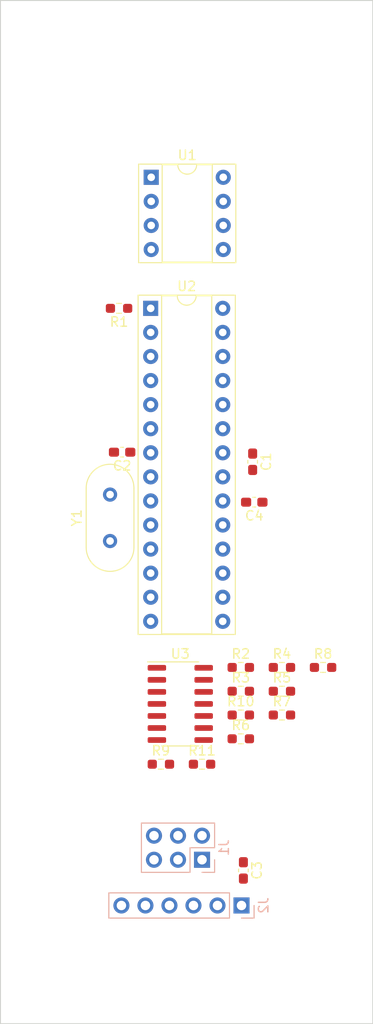
<source format=kicad_pcb>
(kicad_pcb (version 20211014) (generator pcbnew)
  (layers (0 "F.Cu" signal) (31 "B.Cu" signal) (34 "B.Paste" user) (35 "F.Paste" user) (36 "B.SilkS" user "B.Silkscreen") (37 "F.SilkS" user "F.Silkscreen") (38 "B.Mask" user) (39 "F.Mask" user) (44 "Edge.Cuts" user))
  (net 0 "")
  (net 1 "+5V")
  (net 2 "GND")
  (net 3 "Net-(C1-Pad2)")
  (net 4 "/RESET")
  (net 5 "Net-(C3-Pad2)")
  (net 6 "/TX")
  (net 7 "/RX")
  (net 12 "Net-(U2-Pad9)")
  (net 13 "Net-(U2-Pad10)")
  (net 23 "/SDA")
  (net 24 "/SCL")
  (net 25 "/CS")
  (net 26 "/SCK")
  (net 27 "/MOSI")
  (net 28 "/MISO")
  (net 29 "Net-(R2-Pad2)")
  (net 30 "Net-(R4-Pad2)")
  (net 31 "Net-(R6-Pad2)")
  (net 32 "Net-(R7-Pad2)")
  (net 33 "Net-(R10-Pad1)")
  (net 34 "Net-(R11-Pad1)")
  (net 35 "/OUTA")
  (net 36 "/OUTB")
  (net 37 "Net-(U1-Pad6)")
  (net 38 "Net-(U1-Pad8)")
  (footprint "Resistor_SMD:R_0603_1608Metric_Pad0.98x0.95mm_HandSolder" (layer "F.Cu") (at 122.475 108.405)
    (fp_text reference "R7" (at 0 -1.43) (layer "F.SilkS"))
    (fp_text value "47k")
    (fp_line (start -0.254724 0.5225) (end 0.254724 0.5225) (layer "F.SilkS") (width 0.12))
    (fp_line (start -0.254724 -0.5225) (end 0.254724 -0.5225) (layer "F.SilkS") (width 0.12))
    (pad "1" smd roundrect (at -0.9125 0) (size 0.975 0.95) (layers "F.Cu" "F.Paste" "F.Mask") (net 30 "Net-(R4-Pad2)"))
    (pad "2" smd roundrect (at 0.9125 0) (size 0.975 0.95) (layers "F.Cu" "F.Paste" "F.Mask") (net 32 "Net-(R7-Pad2)"))
  )
  (footprint "Capacitor_SMD:C_0603_1608Metric_Pad1.08x0.95mm_HandSolder" (layer "F.Cu") (at 105.575 80.675 180)
    (fp_text reference "C2" (at 0 -1.43) (layer "F.SilkS"))
    (fp_text value "C")
    (fp_line (start -0.146267 0.51) (end 0.146267 0.51) (layer "F.SilkS") (width 0.12))
    (fp_line (start -0.146267 -0.51) (end 0.146267 -0.51) (layer "F.SilkS") (width 0.12))
    (pad "1" smd roundrect (at -0.8625 0 180) (size 1.075 0.95) (layers "F.Cu" "F.Paste" "F.Mask") (net 1 "+5V"))
    (pad "2" smd roundrect (at 0.8625 0 180) (size 1.075 0.95) (layers "F.Cu" "F.Paste" "F.Mask") (net 2 "GND"))
  )
  (footprint "Capacitor_SMD:C_0603_1608Metric_Pad1.08x0.95mm_HandSolder" (layer "F.Cu") (at 118.4 124.8 -90)
    (fp_text reference "C3" (at 0 -1.43 90) (layer "F.SilkS"))
    (fp_text value "100n")
    (fp_line (start -0.146267 0.51) (end 0.146267 0.51) (layer "F.SilkS") (width 0.12))
    (fp_line (start -0.146267 -0.51) (end 0.146267 -0.51) (layer "F.SilkS") (width 0.12))
    (pad "1" smd roundrect (at -0.8625 0 270) (size 1.075 0.95) (layers "F.Cu" "F.Paste" "F.Mask") (net 4 "/RESET"))
    (pad "2" smd roundrect (at 0.8625 0 270) (size 1.075 0.95) (layers "F.Cu" "F.Paste" "F.Mask") (net 5 "Net-(C3-Pad2)"))
  )
  (footprint "Crystal:Crystal_HC18-U_Vertical" (layer "F.Cu") (at 104.3 90.05 90)
    (fp_text reference "Y1" (at 2.45 -3.525 90) (layer "F.SilkS"))
    (fp_text value "16MHz")
    (fp_line (start -0.675 2.525) (end 5.575 2.525) (layer "F.SilkS") (width 0.12))
    (fp_line (start -0.675 -2.525) (end 5.575 -2.525) (layer "F.SilkS") (width 0.12))
    (fp_arc (start -0.675 2.525) (mid -3.2 0) (end -0.675 -2.525) (layer "F.SilkS") (width 0.12))
    (fp_arc (start 5.575 -2.525) (mid 8.1 0) (end 5.575 2.525) (layer "F.SilkS") (width 0.12))
    (pad "1" thru_hole circle (at 0 0 90) (size 1.5 1.5) (drill 0.8) (layers *.Cu *.Mask) (net 13 "Net-(U2-Pad10)"))
    (pad "2" thru_hole circle (at 4.9 0 90) (size 1.5 1.5) (drill 0.8) (layers *.Cu *.Mask) (net 12 "Net-(U2-Pad9)"))
  )
  (footprint "Resistor_SMD:R_0603_1608Metric_Pad0.98x0.95mm_HandSolder" (layer "F.Cu") (at 114.025 113.595)
    (fp_text reference "R11" (at 0 -1.43) (layer "F.SilkS"))
    (fp_text value "1k")
    (fp_line (start -0.254724 0.5225) (end 0.254724 0.5225) (layer "F.SilkS") (width 0.12))
    (fp_line (start -0.254724 -0.5225) (end 0.254724 -0.5225) (layer "F.SilkS") (width 0.12))
    (pad "1" smd roundrect (at -0.9125 0) (size 0.975 0.95) (layers "F.Cu" "F.Paste" "F.Mask") (net 34 "Net-(R11-Pad1)"))
    (pad "2" smd roundrect (at 0.9125 0) (size 0.975 0.95) (layers "F.Cu" "F.Paste" "F.Mask") (net 36 "/OUTB"))
  )
  (footprint "Resistor_SMD:R_0603_1608Metric_Pad0.98x0.95mm_HandSolder" (layer "F.Cu") (at 122.475 105.895)
    (fp_text reference "R5" (at 0 -1.43) (layer "F.SilkS"))
    (fp_text value "20k")
    (fp_line (start -0.254724 -0.5225) (end 0.254724 -0.5225) (layer "F.SilkS") (width 0.12))
    (fp_line (start -0.254724 0.5225) (end 0.254724 0.5225) (layer "F.SilkS") (width 0.12))
    (pad "1" smd roundrect (at -0.9125 0) (size 0.975 0.95) (layers "F.Cu" "F.Paste" "F.Mask") (net 30 "Net-(R4-Pad2)"))
    (pad "2" smd roundrect (at 0.9125 0) (size 0.975 0.95) (layers "F.Cu" "F.Paste" "F.Mask") (net 2 "GND"))
  )
  (footprint "Resistor_SMD:R_0603_1608Metric_Pad0.98x0.95mm_HandSolder" (layer "F.Cu") (at 122.475 103.385)
    (fp_text reference "R4" (at 0 -1.43) (layer "F.SilkS"))
    (fp_text value "30k")
    (fp_line (start -0.254724 0.5225) (end 0.254724 0.5225) (layer "F.SilkS") (width 0.12))
    (fp_line (start -0.254724 -0.5225) (end 0.254724 -0.5225) (layer "F.SilkS") (width 0.12))
    (pad "1" smd roundrect (at -0.9125 0) (size 0.975 0.95) (layers "F.Cu" "F.Paste" "F.Mask") (net 1 "+5V"))
    (pad "2" smd roundrect (at 0.9125 0) (size 0.975 0.95) (layers "F.Cu" "F.Paste" "F.Mask") (net 30 "Net-(R4-Pad2)"))
  )
  (footprint "Resistor_SMD:R_0603_1608Metric_Pad0.98x0.95mm_HandSolder" (layer "F.Cu") (at 118.125 105.895)
    (fp_text reference "R3" (at 0 -1.43) (layer "F.SilkS"))
    (fp_text value "20k")
    (fp_line (start -0.254724 -0.5225) (end 0.254724 -0.5225) (layer "F.SilkS") (width 0.12))
    (fp_line (start -0.254724 0.5225) (end 0.254724 0.5225) (layer "F.SilkS") (width 0.12))
    (pad "1" smd roundrect (at -0.9125 0) (size 0.975 0.95) (layers "F.Cu" "F.Paste" "F.Mask") (net 29 "Net-(R2-Pad2)"))
    (pad "2" smd roundrect (at 0.9125 0) (size 0.975 0.95) (layers "F.Cu" "F.Paste" "F.Mask") (net 2 "GND"))
  )
  (footprint "Resistor_SMD:R_0603_1608Metric_Pad0.98x0.95mm_HandSolder" (layer "F.Cu") (at 118.125 103.385)
    (fp_text reference "R2" (at 0 -1.43) (layer "F.SilkS"))
    (fp_text value "30k")
    (fp_line (start -0.254724 0.5225) (end 0.254724 0.5225) (layer "F.SilkS") (width 0.12))
    (fp_line (start -0.254724 -0.5225) (end 0.254724 -0.5225) (layer "F.SilkS") (width 0.12))
    (pad "1" smd roundrect (at -0.9125 0) (size 0.975 0.95) (layers "F.Cu" "F.Paste" "F.Mask") (net 1 "+5V"))
    (pad "2" smd roundrect (at 0.9125 0) (size 0.975 0.95) (layers "F.Cu" "F.Paste" "F.Mask") (net 29 "Net-(R2-Pad2)"))
  )
  (footprint "Resistor_SMD:R_0603_1608Metric_Pad0.98x0.95mm_HandSolder" (layer "F.Cu") (at 118.125 108.405)
    (fp_text reference "R10" (at 0 -1.43) (layer "F.SilkS"))
    (fp_text value "1k")
    (fp_line (start -0.254724 0.5225) (end 0.254724 0.5225) (layer "F.SilkS") (width 0.12))
    (fp_line (start -0.254724 -0.5225) (end 0.254724 -0.5225) (layer "F.SilkS") (width 0.12))
    (pad "1" smd roundrect (at -0.9125 0) (size 0.975 0.95) (layers "F.Cu" "F.Paste" "F.Mask") (net 33 "Net-(R10-Pad1)"))
    (pad "2" smd roundrect (at 0.9125 0) (size 0.975 0.95) (layers "F.Cu" "F.Paste" "F.Mask") (net 35 "/OUTA"))
  )
  (footprint "Capacitor_SMD:C_0603_1608Metric_Pad1.08x0.95mm_HandSolder" (layer "F.Cu") (at 119.55 85.95 180)
    (fp_text reference "C4" (at 0 -1.43) (layer "F.SilkS"))
    (fp_text value "C")
    (fp_line (start -0.146267 0.51) (end 0.146267 0.51) (layer "F.SilkS") (width 0.12))
    (fp_line (start -0.146267 -0.51) (end 0.146267 -0.51) (layer "F.SilkS") (width 0.12))
    (pad "1" smd roundrect (at -0.8625 0 180) (size 1.075 0.95) (layers "F.Cu" "F.Paste" "F.Mask") (net 2 "GND"))
    (pad "2" smd roundrect (at 0.8625 0 180) (size 1.075 0.95) (layers "F.Cu" "F.Paste" "F.Mask") (net 1 "+5V"))
  )
  (footprint "Package_SO:SO-14_3.9x8.65mm_P1.27mm" (layer "F.Cu") (at 111.725 107.235)
    (fp_text reference "U3" (at 0 -5.28) (layer "F.SilkS"))
    (fp_text value "TL074")
    (fp_line (start 0 -4.435) (end 1.95 -4.435) (layer "F.SilkS") (width 0.12))
    (fp_line (start 0 -4.435) (end -3.45 -4.435) (layer "F.SilkS") (width 0.12))
    (fp_line (start 0 4.435) (end -1.95 4.435) (layer "F.SilkS") (width 0.12))
    (fp_line (start 0 4.435) (end 1.95 4.435) (layer "F.SilkS") (width 0.12))
    (pad "1" smd roundrect (at -2.475 -3.81) (size 1.95 0.6) (layers "F.Cu" "F.Paste" "F.Mask") (net 33 "Net-(R10-Pad1)"))
    (pad "2" smd roundrect (at -2.475 -2.54) (size 1.95 0.6) (layers "F.Cu" "F.Paste" "F.Mask") (net 31 "Net-(R6-Pad2)"))
    (pad "3" smd roundrect (at -2.475 -1.27) (size 1.95 0.6) (layers "F.Cu" "F.Paste" "F.Mask") (net 38 "Net-(U1-Pad8)"))
    (pad "4" smd roundrect (at -2.475 0) (size 1.95 0.6) (layers "F.Cu" "F.Paste" "F.Mask"))
    (pad "5" smd roundrect (at -2.475 1.27) (size 1.95 0.6) (layers "F.Cu" "F.Paste" "F.Mask") (net 37 "Net-(U1-Pad6)"))
    (pad "6" smd roundrect (at -2.475 2.54) (size 1.95 0.6) (layers "F.Cu" "F.Paste" "F.Mask") (net 32 "Net-(R7-Pad2)"))
    (pad "7" smd roundrect (at -2.475 3.81) (size 1.95 0.6) (layers "F.Cu" "F.Paste" "F.Mask") (net 34 "Net-(R11-Pad1)"))
    (pad "8" smd roundrect (at 2.475 3.81) (size 1.95 0.6) (layers "F.Cu" "F.Paste" "F.Mask"))
    (pad "9" smd roundrect (at 2.475 2.54) (size 1.95 0.6) (layers "F.Cu" "F.Paste" "F.Mask"))
    (pad "10" smd roundrect (at 2.475 1.27) (size 1.95 0.6) (layers "F.Cu" "F.Paste" "F.Mask"))
    (pad "11" smd roundrect (at 2.475 0) (size 1.95 0.6) (layers "F.Cu" "F.Paste" "F.Mask"))
    (pad "12" smd roundrect (at 2.475 -1.27) (size 1.95 0.6) (layers "F.Cu" "F.Paste" "F.Mask"))
    (pad "13" smd roundrect (at 2.475 -2.54) (size 1.95 0.6) (layers "F.Cu" "F.Paste" "F.Mask"))
    (pad "14" smd roundrect (at 2.475 -3.81) (size 1.95 0.6) (layers "F.Cu" "F.Paste" "F.Mask"))
  )
  (footprint "Resistor_SMD:R_0603_1608Metric_Pad0.98x0.95mm_HandSolder" (layer "F.Cu") (at 109.675 113.595)
    (fp_text reference "R9" (at 0 -1.43) (layer "F.SilkS"))
    (fp_text value "120k")
    (fp_line (start -0.254724 0.5225) (end 0.254724 0.5225) (layer "F.SilkS") (width 0.12))
    (fp_line (start -0.254724 -0.5225) (end 0.254724 -0.5225) (layer "F.SilkS") (width 0.12))
    (pad "1" smd roundrect (at -0.9125 0) (size 0.975 0.95) (layers "F.Cu" "F.Paste" "F.Mask") (net 32 "Net-(R7-Pad2)"))
    (pad "2" smd roundrect (at 0.9125 0) (size 0.975 0.95) (layers "F.Cu" "F.Paste" "F.Mask") (net 34 "Net-(R11-Pad1)"))
  )
  (footprint "Resistor_SMD:R_0603_1608Metric_Pad0.98x0.95mm_HandSolder" (layer "F.Cu") (at 105.25 65.5 180)
    (fp_text reference "R1" (at 0 -1.43) (layer "F.SilkS"))
    (fp_text value "10k")
    (fp_line (start -0.254724 -0.5225) (end 0.254724 -0.5225) (layer "F.SilkS") (width 0.12))
    (fp_line (start -0.254724 0.5225) (end 0.254724 0.5225) (layer "F.SilkS") (width 0.12))
    (pad "1" smd roundrect (at -0.9125 0 180) (size 0.975 0.95) (layers "F.Cu" "F.Paste" "F.Mask") (net 4 "/RESET"))
    (pad "2" smd roundrect (at 0.9125 0 180) (size 0.975 0.95) (layers "F.Cu" "F.Paste" "F.Mask") (net 1 "+5V"))
  )
  (footprint "Package_DIP:DIP-28_W7.62mm_Socket" (layer "F.Cu") (at 108.595 65.5)
    (fp_text reference "U2" (at 3.81 -2.33) (layer "F.SilkS"))
    (fp_text value "ATmega328P-P")
    (fp_line (start 8.95 34.41) (end 8.95 -1.39) (layer "F.SilkS") (width 0.12))
    (fp_line (start 6.46 34.35) (end 6.46 -1.33) (layer "F.SilkS") (width 0.12))
    (fp_line (start 6.46 -1.33) (end 4.81 -1.33) (layer "F.SilkS") (width 0.12))
    (fp_line (start 1.16 -1.33) (end 1.16 34.35) (layer "F.SilkS") (width 0.12))
    (fp_line (start -1.33 34.41) (end 8.95 34.41) (layer "F.SilkS") (width 0.12))
    (fp_line (start -1.33 -1.39) (end -1.33 34.41) (layer "F.SilkS") (width 0.12))
    (fp_line (start 1.16 34.35) (end 6.46 34.35) (layer "F.SilkS") (width 0.12))
    (fp_line (start 8.95 -1.39) (end -1.33 -1.39) (layer "F.SilkS") (width 0.12))
    (fp_line (start 2.81 -1.33) (end 1.16 -1.33) (layer "F.SilkS") (width 0.12))
    (fp_arc (start 4.81 -1.33) (mid 3.81 -0.33) (end 2.81 -1.33) (layer "F.SilkS") (width 0.12))
    (pad "1" thru_hole rect (at 0 0) (size 1.6 1.6) (drill 0.8) (layers *.Cu *.Mask) (net 4 "/RESET"))
    (pad "2" thru_hole oval (at 0 2.54) (size 1.6 1.6) (drill 0.8) (layers *.Cu *.Mask) (net 7 "/RX"))
    (pad "3" thru_hole oval (at 0 5.08) (size 1.6 1.6) (drill 0.8) (layers *.Cu *.Mask) (net 6 "/TX"))
    (pad "4" thru_hole oval (at 0 7.62) (size 1.6 1.6) (drill 0.8) (layers *.Cu *.Mask))
    (pad "5" thru_hole oval (at 0 10.16) (size 1.6 1.6) (drill 0.8) (layers *.Cu *.Mask))
    (pad "6" thru_hole oval (at 0 12.7) (size 1.6 1.6) (drill 0.8) (layers *.Cu *.Mask))
    (pad "7" thru_hole oval (at 0 15.24) (size 1.6 1.6) (drill 0.8) (layers *.Cu *.Mask) (net 1 "+5V"))
    (pad "8" thru_hole oval (at 0 17.78) (size 1.6 1.6) (drill 0.8) (layers *.Cu *.Mask) (net 2 "GND"))
    (pad "9" thru_hole oval (at 0 20.32) (size 1.6 1.6) (drill 0.8) (layers *.Cu *.Mask) (net 12 "Net-(U2-Pad9)"))
    (pad "10" thru_hole oval (at 0 22.86) (size 1.6 1.6) (drill 0.8) (layers *.Cu *.Mask) (net 13 "Net-(U2-Pad10)"))
    (pad "11" thru_hole oval (at 0 25.4) (size 1.6 1.6) (drill 0.8) (layers *.Cu *.Mask))
    (pad "12" thru_hole oval (at 0 27.94) (size 1.6 1.6) (drill 0.8) (layers *.Cu *.Mask))
    (pad "13" thru_hole oval (at 0 30.48) (size 1.6 1.6) (drill 0.8) (layers *.Cu *.Mask))
    (pad "14" thru_hole oval (at 0 33.02) (size 1.6 1.6) (drill 0.8) (layers *.Cu *.Mask))
    (pad "15" thru_hole oval (at 7.62 33.02) (size 1.6 1.6) (drill 0.8) (layers *.Cu *.Mask))
    (pad "16" thru_hole oval (at 7.62 30.48) (size 1.6 1.6) (drill 0.8) (layers *.Cu *.Mask) (net 25 "/CS"))
    (pad "17" thru_hole oval (at 7.62 27.94) (size 1.6 1.6) (drill 0.8) (layers *.Cu *.Mask) (net 27 "/MOSI"))
    (pad "18" thru_hole oval (at 7.62 25.4) (size 1.6 1.6) (drill 0.8) (layers *.Cu *.Mask) (net 28 "/MISO"))
    (pad "19" thru_hole oval (at 7.62 22.86) (size 1.6 1.6) (drill 0.8) (layers *.Cu *.Mask) (net 26 "/SCK"))
    (pad "20" thru_hole oval (at 7.62 20.32) (size 1.6 1.6) (drill 0.8) (layers *.Cu *.Mask) (net 1 "+5V"))
    (pad "21" thru_hole oval (at 7.62 17.78) (size 1.6 1.6) (drill 0.8) (layers *.Cu *.Mask) (net 3 "Net-(C1-Pad2)"))
    (pad "22" thru_hole oval (at 7.62 15.24) (size 1.6 1.6) (drill 0.8) (layers *.Cu *.Mask) (net 2 "GND"))
    (pad "23" thru_hole oval (at 7.62 12.7) (size 1.6 1.6) (drill 0.8) (layers *.Cu *.Mask))
    (pad "24" thru_hole oval (at 7.62 10.16) (size 1.6 1.6) (drill 0.8) (layers *.Cu *.Mask))
    (pad "25" thru_hole oval (at 7.62 7.62) (size 1.6 1.6) (drill 0.8) (layers *.Cu *.Mask))
    (pad "26" thru_hole oval (at 7.62 5.08) (size 1.6 1.6) (drill 0.8) (layers *.Cu *.Mask))
    (pad "27" thru_hole oval (at 7.62 2.54) (size 1.6 1.6) (drill 0.8) (layers *.Cu *.Mask) (net 23 "/SDA"))
    (pad "28" thru_hole oval (at 7.62 0) (size 1.6 1.6) (drill 0.8) (layers *.Cu *.Mask) (net 24 "/SCL"))
  )
  (footprint "Package_DIP:DIP-8_W7.62mm_Socket" (layer "F.Cu") (at 108.65 51.675)
    (fp_text reference "U1" (at 3.81 -2.33) (layer "F.SilkS"))
    (fp_text value "MCP4822")
    (fp_line (start 1.16 8.95) (end 6.46 8.95) (layer "F.SilkS") (width 0.12))
    (fp_line (start -1.33 -1.39) (end -1.33 9.01) (layer "F.SilkS") (width 0.12))
    (fp_line (start -1.33 9.01) (end 8.95 9.01) (layer "F.SilkS") (width 0.12))
    (fp_line (start 6.46 8.95) (end 6.46 -1.33) (layer "F.SilkS") (width 0.12))
    (fp_line (start 8.95 9.01) (end 8.95 -1.39) (layer "F.SilkS") (width 0.12))
    (fp_line (start 8.95 -1.39) (end -1.33 -1.39) (layer "F.SilkS") (width 0.12))
    (fp_line (start 6.46 -1.33) (end 4.81 -1.33) (layer "F.SilkS") (width 0.12))
    (fp_line (start 2.81 -1.33) (end 1.16 -1.33) (layer "F.SilkS") (width 0.12))
    (fp_line (start 1.16 -1.33) (end 1.16 8.95) (layer "F.SilkS") (width 0.12))
    (fp_arc (start 4.81 -1.33) (mid 3.81 -0.33) (end 2.81 -1.33) (layer "F.SilkS") (width 0.12))
    (pad "1" thru_hole rect (at 0 0) (size 1.6 1.6) (drill 0.8) (layers *.Cu *.Mask) (net 1 "+5V"))
    (pad "2" thru_hole oval (at 0 2.54) (size 1.6 1.6) (drill 0.8) (layers *.Cu *.Mask) (net 25 "/CS"))
    (pad "3" thru_hole oval (at 0 5.08) (size 1.6 1.6) (drill 0.8) (layers *.Cu *.Mask) (net 26 "/SCK"))
    (pad "4" thru_hole oval (at 0 7.62) (size 1.6 1.6) (drill 0.8) (layers *.Cu *.Mask) (net 27 "/MOSI"))
    (pad "5" thru_hole oval (at 7.62 7.62) (size 1.6 1.6) (drill 0.8) (layers *.Cu *.Mask) (net 2 "GND"))
    (pad "6" thru_hole oval (at 7.62 5.08) (size 1.6 1.6) (drill 0.8) (layers *.Cu *.Mask) (net 37 "Net-(U1-Pad6)"))
    (pad "7" thru_hole oval (at 7.62 2.54) (size 1.6 1.6) (drill 0.8) (layers *.Cu *.Mask) (net 2 "GND"))
    (pad "8" thru_hole oval (at 7.62 0) (size 1.6 1.6) (drill 0.8) (layers *.Cu *.Mask) (net 38 "Net-(U1-Pad8)"))
  )
  (footprint "Resistor_SMD:R_0603_1608Metric_Pad0.98x0.95mm_HandSolder" (layer "F.Cu") (at 118.125 110.915)
    (fp_text reference "R6" (at 0 -1.43) (layer "F.SilkS"))
    (fp_text value "47k")
    (fp_line (start -0.254724 0.5225) (end 0.254724 0.5225) (layer "F.SilkS") (width 0.12))
    (fp_line (start -0.254724 -0.5225) (end 0.254724 -0.5225) (layer "F.SilkS") (width 0.12))
    (pad "1" smd roundrect (at -0.9125 0) (size 0.975 0.95) (layers "F.Cu" "F.Paste" "F.Mask") (net 29 "Net-(R2-Pad2)"))
    (pad "2" smd roundrect (at 0.9125 0) (size 0.975 0.95) (layers "F.Cu" "F.Paste" "F.Mask") (net 31 "Net-(R6-Pad2)"))
  )
  (footprint "Resistor_SMD:R_0603_1608Metric_Pad0.98x0.95mm_HandSolder" (layer "F.Cu") (at 126.825 103.385)
    (fp_text reference "R8" (at 0 -1.43) (layer "F.SilkS"))
    (fp_text value "120k")
    (fp_line (start -0.254724 0.5225) (end 0.254724 0.5225) (layer "F.SilkS") (width 0.12))
    (fp_line (start -0.254724 -0.5225) (end 0.254724 -0.5225) (layer "F.SilkS") (width 0.12))
    (pad "1" smd roundrect (at -0.9125 0) (size 0.975 0.95) (layers "F.Cu" "F.Paste" "F.Mask") (net 31 "Net-(R6-Pad2)"))
    (pad "2" smd roundrect (at 0.9125 0) (size 0.975 0.95) (layers "F.Cu" "F.Paste" "F.Mask") (net 33 "Net-(R10-Pad1)"))
  )
  (footprint "Capacitor_SMD:C_0603_1608Metric_Pad1.08x0.95mm_HandSolder" (layer "F.Cu") (at 119.38 81.6875 -90)
    (fp_text reference "C1" (at 0 -1.43 90) (layer "F.SilkS"))
    (fp_text value "100n")
    (fp_line (start -0.146267 0.51) (end 0.146267 0.51) (layer "F.SilkS") (width 0.12))
    (fp_line (start -0.146267 -0.51) (end 0.146267 -0.51) (layer "F.SilkS") (width 0.12))
    (pad "1" smd roundrect (at -0.8625 0 270) (size 1.075 0.95) (layers "F.Cu" "F.Paste" "F.Mask") (net 2 "GND"))
    (pad "2" smd roundrect (at 0.8625 0 270) (size 1.075 0.95) (layers "F.Cu" "F.Paste" "F.Mask") (net 3 "Net-(C1-Pad2)"))
  )
  (footprint "Connector_PinHeader_2.54mm:PinHeader_2x03_P2.54mm_Vertical" (layer "B.Cu") (at 114.025 123.675 90)
    (fp_text reference "J1" (at 1.27 2.33 90) (layer "B.SilkS") (effects (justify mirror)))
    (fp_text value "ISP")
    (fp_line (start 3.87 1.33) (end 3.87 -6.41) (layer "B.SilkS") (width 0.12))
    (fp_line (start 1.27 1.33) (end 3.87 1.33) (layer "B.SilkS") (width 0.12))
    (fp_line (start -1.33 -1.27) (end -1.33 -6.41) (layer "B.SilkS") (width 0.12))
    (fp_line (start -1.33 1.33) (end 0 1.33) (layer "B.SilkS") (width 0.12))
    (fp_line (start 1.27 -1.27) (end 1.27 1.33) (layer "B.SilkS") (width 0.12))
    (fp_line (start -1.33 -1.27) (end 1.27 -1.27) (layer "B.SilkS") (width 0.12))
    (fp_line (start -1.33 -6.41) (end 3.87 -6.41) (layer "B.SilkS") (width 0.12))
    (fp_line (start -1.33 0) (end -1.33 1.33) (layer "B.SilkS") (width 0.12))
    (pad "1" thru_hole rect (at 0 0 90) (size 1.7 1.7) (drill 1) (layers *.Cu *.Mask) (net 28 "/MISO"))
    (pad "2" thru_hole oval (at 2.54 0 90) (size 1.7 1.7) (drill 1) (layers *.Cu *.Mask) (net 1 "+5V"))
    (pad "3" thru_hole oval (at 0 -2.54 90) (size 1.7 1.7) (drill 1) (layers *.Cu *.Mask) (net 26 "/SCK"))
    (pad "4" thru_hole oval (at 2.54 -2.54 90) (size 1.7 1.7) (drill 1) (layers *.Cu *.Mask) (net 27 "/MOSI"))
    (pad "5" thru_hole oval (at 0 -5.08 90) (size 1.7 1.7) (drill 1) (layers *.Cu *.Mask) (net 4 "/RESET"))
    (pad "6" thru_hole oval (at 2.54 -5.08 90) (size 1.7 1.7) (drill 1) (layers *.Cu *.Mask) (net 2 "GND"))
  )
  (footprint "Connector_PinHeader_2.54mm:PinHeader_1x06_P2.54mm_Vertical" (layer "B.Cu") (at 118.2 128.5 90)
    (fp_text reference "J2" (at 0 2.33 90) (layer "B.SilkS") (effects (justify mirror)))
    (fp_text value "SER")
    (fp_line (start -1.33 -1.27) (end -1.33 -14.03) (layer "B.SilkS") (width 0.12))
    (fp_line (start 1.33 -1.27) (end 1.33 -14.03) (layer "B.SilkS") (width 0.12))
    (fp_line (start -1.33 0) (end -1.33 1.33) (layer "B.SilkS") (width 0.12))
    (fp_line (start -1.33 1.33) (end 0 1.33) (layer "B.SilkS") (width 0.12))
    (fp_line (start -1.33 -14.03) (end 1.33 -14.03) (layer "B.SilkS") (width 0.12))
    (fp_line (start -1.33 -1.27) (end 1.33 -1.27) (layer "B.SilkS") (width 0.12))
    (pad "1" thru_hole rect (at 0 0 90) (size 1.7 1.7) (drill 1) (layers *.Cu *.Mask) (net 5 "Net-(C3-Pad2)"))
    (pad "2" thru_hole oval (at 0 -2.54 90) (size 1.7 1.7) (drill 1) (layers *.Cu *.Mask) (net 6 "/TX"))
    (pad "3" thru_hole oval (at 0 -5.08 90) (size 1.7 1.7) (drill 1) (layers *.Cu *.Mask) (net 7 "/RX"))
    (pad "4" thru_hole oval (at 0 -7.62 90) (size 1.7 1.7) (drill 1) (layers *.Cu *.Mask) (net 1 "+5V"))
    (pad "5" thru_hole oval (at 0 -10.16 90) (size 1.7 1.7) (drill 1) (layers *.Cu *.Mask))
    (pad "6" thru_hole oval (at 0 -12.7 90) (size 1.7 1.7) (drill 1) (layers *.Cu *.Mask) (net 2 "GND"))
  )
  (gr_rect (start 92.71 33.02) (end 132.08 140.97) (layer "Edge.Cuts") (width 0.1) (fill none))
)
</source>
